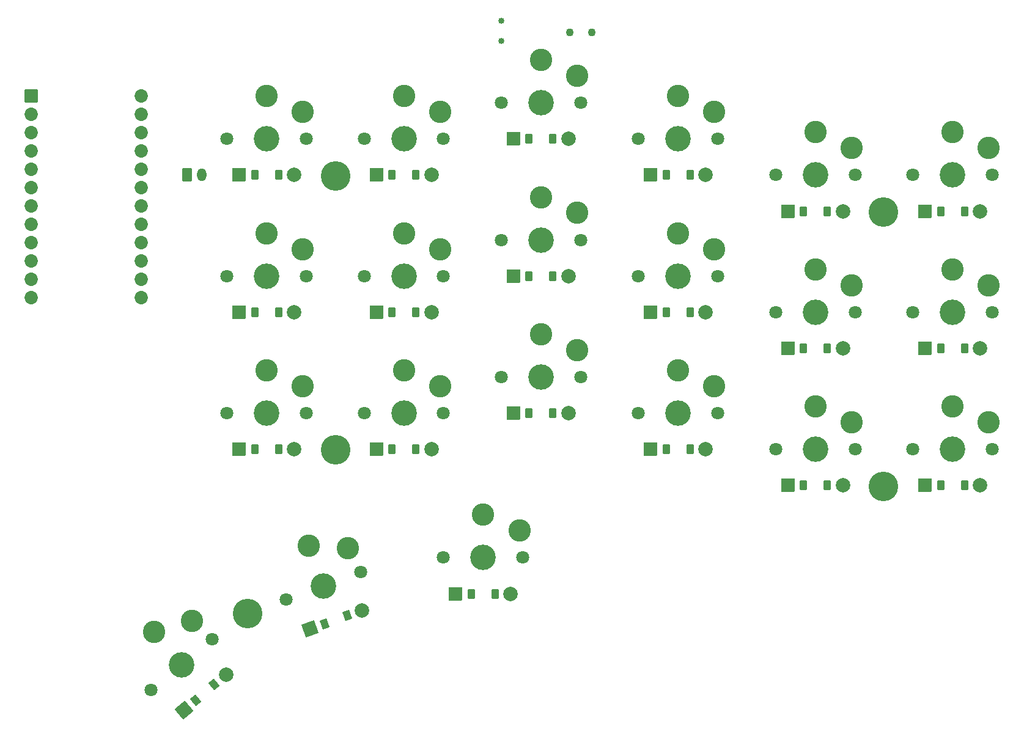
<source format=gbr>
%TF.GenerationSoftware,KiCad,Pcbnew,9.0.3*%
%TF.CreationDate,2025-09-27T17:44:53-06:00*%
%TF.ProjectId,right_connected,72696768-745f-4636-9f6e-6e6563746564,v1.0.0*%
%TF.SameCoordinates,Original*%
%TF.FileFunction,Soldermask,Top*%
%TF.FilePolarity,Negative*%
%FSLAX46Y46*%
G04 Gerber Fmt 4.6, Leading zero omitted, Abs format (unit mm)*
G04 Created by KiCad (PCBNEW 9.0.3) date 2025-09-27 17:44:53*
%MOMM*%
%LPD*%
G01*
G04 APERTURE LIST*
G04 Aperture macros list*
%AMRoundRect*
0 Rectangle with rounded corners*
0 $1 Rounding radius*
0 $2 $3 $4 $5 $6 $7 $8 $9 X,Y pos of 4 corners*
0 Add a 4 corners polygon primitive as box body*
4,1,4,$2,$3,$4,$5,$6,$7,$8,$9,$2,$3,0*
0 Add four circle primitives for the rounded corners*
1,1,$1+$1,$2,$3*
1,1,$1+$1,$4,$5*
1,1,$1+$1,$6,$7*
1,1,$1+$1,$8,$9*
0 Add four rect primitives between the rounded corners*
20,1,$1+$1,$2,$3,$4,$5,0*
20,1,$1+$1,$4,$5,$6,$7,0*
20,1,$1+$1,$6,$7,$8,$9,0*
20,1,$1+$1,$8,$9,$2,$3,0*%
G04 Aperture macros list end*
%ADD10C,1.100000*%
%ADD11C,1.801800*%
%ADD12C,3.100000*%
%ADD13C,3.529000*%
%ADD14RoundRect,0.050000X-0.889000X-0.889000X0.889000X-0.889000X0.889000X0.889000X-0.889000X0.889000X0*%
%ADD15RoundRect,0.050000X-0.450000X-0.600000X0.450000X-0.600000X0.450000X0.600000X-0.450000X0.600000X0*%
%ADD16C,2.005000*%
%ADD17C,4.100000*%
%ADD18C,0.850000*%
%ADD19RoundRect,0.050000X-0.600000X-0.850000X0.600000X-0.850000X0.600000X0.850000X-0.600000X0.850000X0*%
%ADD20O,1.300000X1.800000*%
%ADD21RoundRect,0.050000X-0.531331X-1.139443X1.139443X-0.531331X0.531331X1.139443X-1.139443X0.531331X0*%
%ADD22RoundRect,0.050000X-0.217650X-0.717725X0.628074X-0.409907X0.217650X0.717725X-0.628074X0.409907X0*%
%ADD23RoundRect,0.050000X-0.109575X-1.252452X1.252452X-0.109575X0.109575X1.252452X-1.252452X0.109575X0*%
%ADD24RoundRect,0.050000X0.040953X-0.748881X0.730393X-0.170372X-0.040953X0.748881X-0.730393X0.170372X0*%
%ADD25RoundRect,0.050000X-0.876300X0.876300X-0.876300X-0.876300X0.876300X-0.876300X0.876300X0.876300X0*%
%ADD26C,1.852600*%
G04 APERTURE END LIST*
D10*
%TO.C,T1*%
X317000000Y-42200000D03*
X320000000Y-42200000D03*
%TD*%
D11*
%TO.C,S19*%
X299500000Y-115000000D03*
D12*
X305000000Y-109050000D03*
D13*
X305000000Y-115000000D03*
D12*
X310000000Y-111250000D03*
D11*
X310500000Y-115000000D03*
%TD*%
%TO.C,S18*%
X269500000Y-57000000D03*
D12*
X275000000Y-51050000D03*
D13*
X275000000Y-57000000D03*
D12*
X280000000Y-53250000D03*
D11*
X280500000Y-57000000D03*
%TD*%
D14*
%TO.C,D14*%
X290190000Y-81000000D03*
D15*
X292350000Y-81000000D03*
X295650000Y-81000000D03*
D16*
X297810000Y-81000000D03*
%TD*%
D11*
%TO.C,S5*%
X345500000Y-81000000D03*
D12*
X351000000Y-75050000D03*
D13*
X351000000Y-81000000D03*
D12*
X356000000Y-77250000D03*
D11*
X356500000Y-81000000D03*
%TD*%
D17*
%TO.C,*%
X360460000Y-67100000D03*
%TD*%
D11*
%TO.C,S4*%
X345500000Y-100000000D03*
D12*
X351000000Y-94050000D03*
D13*
X351000000Y-100000000D03*
D12*
X356000000Y-96250000D03*
D11*
X356500000Y-100000000D03*
%TD*%
%TO.C,S15*%
X288500000Y-57000000D03*
D12*
X294000000Y-51050000D03*
D13*
X294000000Y-57000000D03*
D12*
X299000000Y-53250000D03*
D11*
X299500000Y-57000000D03*
%TD*%
D14*
%TO.C,D1*%
X366190000Y-105000000D03*
D15*
X368350000Y-105000000D03*
X371650000Y-105000000D03*
D16*
X373810000Y-105000000D03*
%TD*%
D14*
%TO.C,D9*%
X328190000Y-62000000D03*
D15*
X330350000Y-62000000D03*
X333650000Y-62000000D03*
D16*
X335810000Y-62000000D03*
%TD*%
D11*
%TO.C,S20*%
X277698604Y-120783772D03*
D12*
X280831893Y-113311490D03*
D13*
X282866913Y-118902661D03*
D12*
X286282801Y-113668713D03*
D11*
X288035222Y-117021550D03*
%TD*%
D14*
%TO.C,D3*%
X366190000Y-67000000D03*
D15*
X368350000Y-67000000D03*
X371650000Y-67000000D03*
D16*
X373810000Y-67000000D03*
%TD*%
D14*
%TO.C,D15*%
X290190000Y-62000000D03*
D15*
X292350000Y-62000000D03*
X295650000Y-62000000D03*
D16*
X297810000Y-62000000D03*
%TD*%
D14*
%TO.C,D6*%
X347190000Y-67000000D03*
D15*
X349350000Y-67000000D03*
X352650000Y-67000000D03*
D16*
X354810000Y-67000000D03*
%TD*%
D11*
%TO.C,S13*%
X288500000Y-95000000D03*
D12*
X294000000Y-89050000D03*
D13*
X294000000Y-95000000D03*
D12*
X299000000Y-91250000D03*
D11*
X299500000Y-95000000D03*
%TD*%
D17*
%TO.C,*%
X284540000Y-62100000D03*
%TD*%
D14*
%TO.C,D7*%
X328190000Y-100000000D03*
D15*
X330350000Y-100000000D03*
X333650000Y-100000000D03*
D16*
X335810000Y-100000000D03*
%TD*%
D14*
%TO.C,D17*%
X271190000Y-81000000D03*
D15*
X273350000Y-81000000D03*
X276650000Y-81000000D03*
D16*
X278810000Y-81000000D03*
%TD*%
D11*
%TO.C,S10*%
X307500000Y-90000000D03*
D12*
X313000000Y-84050000D03*
D13*
X313000000Y-90000000D03*
D12*
X318000000Y-86250000D03*
D11*
X318500000Y-90000000D03*
%TD*%
D18*
%TO.C,B1*%
X307500000Y-40625000D03*
X307500000Y-43375000D03*
%TD*%
D14*
%TO.C,D11*%
X309190000Y-76000000D03*
D15*
X311350000Y-76000000D03*
X314650000Y-76000000D03*
D16*
X316810000Y-76000000D03*
%TD*%
D14*
%TO.C,D18*%
X271190000Y-62000000D03*
D15*
X273350000Y-62000000D03*
X276650000Y-62000000D03*
D16*
X278810000Y-62000000D03*
%TD*%
D19*
%TO.C,JST1*%
X264000000Y-62000000D03*
D20*
X266000000Y-62000000D03*
%TD*%
D14*
%TO.C,D2*%
X366190000Y-86000000D03*
D15*
X368350000Y-86000000D03*
X371650000Y-86000000D03*
D16*
X373810000Y-86000000D03*
%TD*%
D11*
%TO.C,S3*%
X364500000Y-62000000D03*
D12*
X370000000Y-56050000D03*
D13*
X370000000Y-62000000D03*
D12*
X375000000Y-58250000D03*
D11*
X375500000Y-62000000D03*
%TD*%
D21*
%TO.C,D20*%
X280996784Y-124904221D03*
D22*
X283026520Y-124165457D03*
X286127506Y-123036791D03*
D16*
X288157242Y-122298027D03*
%TD*%
D14*
%TO.C,D4*%
X347190000Y-105000000D03*
D15*
X349350000Y-105000000D03*
X352650000Y-105000000D03*
D16*
X354810000Y-105000000D03*
%TD*%
D11*
%TO.C,S7*%
X326500000Y-95000000D03*
D12*
X332000000Y-89050000D03*
D13*
X332000000Y-95000000D03*
D12*
X337000000Y-91250000D03*
D11*
X337500000Y-95000000D03*
%TD*%
D14*
%TO.C,D5*%
X347190000Y-86000000D03*
D15*
X349350000Y-86000000D03*
X352650000Y-86000000D03*
D16*
X354810000Y-86000000D03*
%TD*%
D11*
%TO.C,S6*%
X345500000Y-62000000D03*
D12*
X351000000Y-56050000D03*
D13*
X351000000Y-62000000D03*
D12*
X356000000Y-58250000D03*
D11*
X356500000Y-62000000D03*
%TD*%
D17*
%TO.C,*%
X360460000Y-105100000D03*
%TD*%
D14*
%TO.C,D8*%
X328190000Y-81000000D03*
D15*
X330350000Y-81000000D03*
X333650000Y-81000000D03*
D16*
X335810000Y-81000000D03*
%TD*%
D23*
%TO.C,D21*%
X263525063Y-136118399D03*
D24*
X265179719Y-134729978D03*
X267707665Y-132608778D03*
D16*
X269362321Y-131220357D03*
%TD*%
D17*
%TO.C,*%
X272379943Y-122719605D03*
%TD*%
D14*
%TO.C,D10*%
X309190000Y-95000000D03*
D15*
X311350000Y-95000000D03*
X314650000Y-95000000D03*
D16*
X316810000Y-95000000D03*
%TD*%
D25*
%TO.C,MCU1*%
X242380000Y-51030000D03*
D26*
X242380000Y-53570000D03*
X242380000Y-56110000D03*
X242380000Y-58650000D03*
X242380000Y-61190000D03*
X242380000Y-63730000D03*
X242380000Y-66270000D03*
X242380000Y-68810000D03*
X242380000Y-71350000D03*
X242380000Y-73890000D03*
X242380000Y-76430000D03*
X242380000Y-78970000D03*
X257620000Y-51030000D03*
X257620000Y-53570000D03*
X257620000Y-56110000D03*
X257620000Y-58650000D03*
X257620000Y-61190000D03*
X257620000Y-63730000D03*
X257620000Y-66270000D03*
X257620000Y-68810000D03*
X257620000Y-71350000D03*
X257620000Y-73890000D03*
X257620000Y-76430000D03*
X257620000Y-78970000D03*
%TD*%
D11*
%TO.C,S2*%
X364500000Y-81000000D03*
D12*
X370000000Y-75050000D03*
D13*
X370000000Y-81000000D03*
D12*
X375000000Y-77250000D03*
D11*
X375500000Y-81000000D03*
%TD*%
D17*
%TO.C,*%
X284540000Y-100100000D03*
%TD*%
D11*
%TO.C,S14*%
X288500000Y-76000000D03*
D12*
X294000000Y-70050000D03*
D13*
X294000000Y-76000000D03*
D12*
X299000000Y-72250000D03*
D11*
X299500000Y-76000000D03*
%TD*%
%TO.C,S1*%
X364500000Y-100000000D03*
D12*
X370000000Y-94050000D03*
D13*
X370000000Y-100000000D03*
D12*
X375000000Y-96250000D03*
D11*
X375500000Y-100000000D03*
%TD*%
%TO.C,S12*%
X307500000Y-52000000D03*
D12*
X313000000Y-46050000D03*
D13*
X313000000Y-52000000D03*
D12*
X318000000Y-48250000D03*
D11*
X318500000Y-52000000D03*
%TD*%
%TO.C,S9*%
X326500000Y-57000000D03*
D12*
X332000000Y-51050000D03*
D13*
X332000000Y-57000000D03*
D12*
X337000000Y-53250000D03*
D11*
X337500000Y-57000000D03*
%TD*%
%TO.C,S17*%
X269500000Y-76000000D03*
D12*
X275000000Y-70050000D03*
D13*
X275000000Y-76000000D03*
D12*
X280000000Y-72250000D03*
D11*
X280500000Y-76000000D03*
%TD*%
%TO.C,S21*%
X259016510Y-133374488D03*
D12*
X259405168Y-125281192D03*
D13*
X263229754Y-129839156D03*
D12*
X264649523Y-123752551D03*
D11*
X267442998Y-126303824D03*
%TD*%
D14*
%TO.C,D16*%
X271190000Y-100000000D03*
D15*
X273350000Y-100000000D03*
X276650000Y-100000000D03*
D16*
X278810000Y-100000000D03*
%TD*%
D14*
%TO.C,D12*%
X309190000Y-57000000D03*
D15*
X311350000Y-57000000D03*
X314650000Y-57000000D03*
D16*
X316810000Y-57000000D03*
%TD*%
D14*
%TO.C,D19*%
X301190000Y-120000000D03*
D15*
X303350000Y-120000000D03*
X306650000Y-120000000D03*
D16*
X308810000Y-120000000D03*
%TD*%
D11*
%TO.C,S16*%
X269500000Y-95000000D03*
D12*
X275000000Y-89050000D03*
D13*
X275000000Y-95000000D03*
D12*
X280000000Y-91250000D03*
D11*
X280500000Y-95000000D03*
%TD*%
%TO.C,S8*%
X326500000Y-76000000D03*
D12*
X332000000Y-70050000D03*
D13*
X332000000Y-76000000D03*
D12*
X337000000Y-72250000D03*
D11*
X337500000Y-76000000D03*
%TD*%
D14*
%TO.C,D13*%
X290190000Y-100000000D03*
D15*
X292350000Y-100000000D03*
X295650000Y-100000000D03*
D16*
X297810000Y-100000000D03*
%TD*%
D11*
%TO.C,S11*%
X307500000Y-71000000D03*
D12*
X313000000Y-65050000D03*
D13*
X313000000Y-71000000D03*
D12*
X318000000Y-67250000D03*
D11*
X318500000Y-71000000D03*
%TD*%
M02*

</source>
